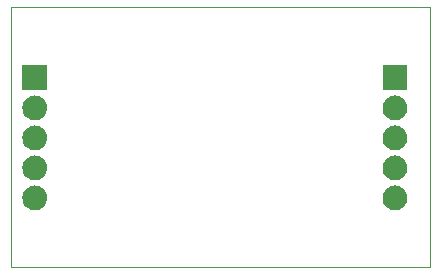
<source format=gbr>
G04 #@! TF.GenerationSoftware,KiCad,Pcbnew,(5.0.1)-3*
G04 #@! TF.CreationDate,2018-11-23T05:02:51-03:00*
G04 #@! TF.ProjectId,MMA7361,4D4D41373336312E6B696361645F7063,1.1*
G04 #@! TF.SameCoordinates,PX6f94740PY4c4b400*
G04 #@! TF.FileFunction,Soldermask,Bot*
G04 #@! TF.FilePolarity,Negative*
%FSLAX46Y46*%
G04 Gerber Fmt 4.6, Leading zero omitted, Abs format (unit mm)*
G04 Created by KiCad (PCBNEW (5.0.1)-3) date 23/11/2018 05:02:51*
%MOMM*%
%LPD*%
G01*
G04 APERTURE LIST*
%ADD10C,0.100000*%
G04 APERTURE END LIST*
D10*
X35500000Y0D02*
X0Y0D01*
X35500000Y-22000000D02*
X35500000Y0D01*
X0Y-22000000D02*
X35500000Y-22000000D01*
X0Y0D02*
X0Y-22000000D01*
G36*
X32628707Y-15117597D02*
X32705836Y-15125193D01*
X32837787Y-15165220D01*
X32903763Y-15185233D01*
X33086172Y-15282733D01*
X33246054Y-15413946D01*
X33377267Y-15573828D01*
X33474767Y-15756237D01*
X33474767Y-15756238D01*
X33534807Y-15954164D01*
X33555080Y-16160000D01*
X33534807Y-16365836D01*
X33494780Y-16497787D01*
X33474767Y-16563763D01*
X33377267Y-16746172D01*
X33246054Y-16906054D01*
X33086172Y-17037267D01*
X32903763Y-17134767D01*
X32837787Y-17154780D01*
X32705836Y-17194807D01*
X32628707Y-17202404D01*
X32551580Y-17210000D01*
X32448420Y-17210000D01*
X32371293Y-17202404D01*
X32294164Y-17194807D01*
X32162213Y-17154780D01*
X32096237Y-17134767D01*
X31913828Y-17037267D01*
X31753946Y-16906054D01*
X31622733Y-16746172D01*
X31525233Y-16563763D01*
X31505220Y-16497787D01*
X31465193Y-16365836D01*
X31444920Y-16160000D01*
X31465193Y-15954164D01*
X31525233Y-15756238D01*
X31525233Y-15756237D01*
X31622733Y-15573828D01*
X31753946Y-15413946D01*
X31913828Y-15282733D01*
X32096237Y-15185233D01*
X32162213Y-15165220D01*
X32294164Y-15125193D01*
X32371293Y-15117597D01*
X32448420Y-15110000D01*
X32551580Y-15110000D01*
X32628707Y-15117597D01*
X32628707Y-15117597D01*
G37*
G36*
X2128707Y-15117597D02*
X2205836Y-15125193D01*
X2337787Y-15165220D01*
X2403763Y-15185233D01*
X2586172Y-15282733D01*
X2746054Y-15413946D01*
X2877267Y-15573828D01*
X2974767Y-15756237D01*
X2974767Y-15756238D01*
X3034807Y-15954164D01*
X3055080Y-16160000D01*
X3034807Y-16365836D01*
X2994780Y-16497787D01*
X2974767Y-16563763D01*
X2877267Y-16746172D01*
X2746054Y-16906054D01*
X2586172Y-17037267D01*
X2403763Y-17134767D01*
X2337787Y-17154780D01*
X2205836Y-17194807D01*
X2128707Y-17202404D01*
X2051580Y-17210000D01*
X1948420Y-17210000D01*
X1871293Y-17202404D01*
X1794164Y-17194807D01*
X1662213Y-17154780D01*
X1596237Y-17134767D01*
X1413828Y-17037267D01*
X1253946Y-16906054D01*
X1122733Y-16746172D01*
X1025233Y-16563763D01*
X1005220Y-16497787D01*
X965193Y-16365836D01*
X944920Y-16160000D01*
X965193Y-15954164D01*
X1025233Y-15756238D01*
X1025233Y-15756237D01*
X1122733Y-15573828D01*
X1253946Y-15413946D01*
X1413828Y-15282733D01*
X1596237Y-15185233D01*
X1662213Y-15165220D01*
X1794164Y-15125193D01*
X1871293Y-15117597D01*
X1948420Y-15110000D01*
X2051580Y-15110000D01*
X2128707Y-15117597D01*
X2128707Y-15117597D01*
G37*
G36*
X32628707Y-12577596D02*
X32705836Y-12585193D01*
X32837787Y-12625220D01*
X32903763Y-12645233D01*
X33086172Y-12742733D01*
X33246054Y-12873946D01*
X33377267Y-13033828D01*
X33474767Y-13216237D01*
X33474767Y-13216238D01*
X33534807Y-13414164D01*
X33555080Y-13620000D01*
X33534807Y-13825836D01*
X33494780Y-13957787D01*
X33474767Y-14023763D01*
X33377267Y-14206172D01*
X33246054Y-14366054D01*
X33086172Y-14497267D01*
X32903763Y-14594767D01*
X32837787Y-14614780D01*
X32705836Y-14654807D01*
X32628707Y-14662404D01*
X32551580Y-14670000D01*
X32448420Y-14670000D01*
X32371293Y-14662403D01*
X32294164Y-14654807D01*
X32162213Y-14614780D01*
X32096237Y-14594767D01*
X31913828Y-14497267D01*
X31753946Y-14366054D01*
X31622733Y-14206172D01*
X31525233Y-14023763D01*
X31505220Y-13957787D01*
X31465193Y-13825836D01*
X31444920Y-13620000D01*
X31465193Y-13414164D01*
X31525233Y-13216238D01*
X31525233Y-13216237D01*
X31622733Y-13033828D01*
X31753946Y-12873946D01*
X31913828Y-12742733D01*
X32096237Y-12645233D01*
X32162213Y-12625220D01*
X32294164Y-12585193D01*
X32371293Y-12577597D01*
X32448420Y-12570000D01*
X32551580Y-12570000D01*
X32628707Y-12577596D01*
X32628707Y-12577596D01*
G37*
G36*
X2128707Y-12577596D02*
X2205836Y-12585193D01*
X2337787Y-12625220D01*
X2403763Y-12645233D01*
X2586172Y-12742733D01*
X2746054Y-12873946D01*
X2877267Y-13033828D01*
X2974767Y-13216237D01*
X2974767Y-13216238D01*
X3034807Y-13414164D01*
X3055080Y-13620000D01*
X3034807Y-13825836D01*
X2994780Y-13957787D01*
X2974767Y-14023763D01*
X2877267Y-14206172D01*
X2746054Y-14366054D01*
X2586172Y-14497267D01*
X2403763Y-14594767D01*
X2337787Y-14614780D01*
X2205836Y-14654807D01*
X2128707Y-14662404D01*
X2051580Y-14670000D01*
X1948420Y-14670000D01*
X1871293Y-14662403D01*
X1794164Y-14654807D01*
X1662213Y-14614780D01*
X1596237Y-14594767D01*
X1413828Y-14497267D01*
X1253946Y-14366054D01*
X1122733Y-14206172D01*
X1025233Y-14023763D01*
X1005220Y-13957787D01*
X965193Y-13825836D01*
X944920Y-13620000D01*
X965193Y-13414164D01*
X1025233Y-13216238D01*
X1025233Y-13216237D01*
X1122733Y-13033828D01*
X1253946Y-12873946D01*
X1413828Y-12742733D01*
X1596237Y-12645233D01*
X1662213Y-12625220D01*
X1794164Y-12585193D01*
X1871293Y-12577596D01*
X1948420Y-12570000D01*
X2051580Y-12570000D01*
X2128707Y-12577596D01*
X2128707Y-12577596D01*
G37*
G36*
X32628707Y-10037597D02*
X32705836Y-10045193D01*
X32837787Y-10085220D01*
X32903763Y-10105233D01*
X33086172Y-10202733D01*
X33246054Y-10333946D01*
X33377267Y-10493828D01*
X33474767Y-10676237D01*
X33474767Y-10676238D01*
X33534807Y-10874164D01*
X33555080Y-11080000D01*
X33534807Y-11285836D01*
X33494780Y-11417787D01*
X33474767Y-11483763D01*
X33377267Y-11666172D01*
X33246054Y-11826054D01*
X33086172Y-11957267D01*
X32903763Y-12054767D01*
X32837787Y-12074780D01*
X32705836Y-12114807D01*
X32628707Y-12122403D01*
X32551580Y-12130000D01*
X32448420Y-12130000D01*
X32371293Y-12122404D01*
X32294164Y-12114807D01*
X32162213Y-12074780D01*
X32096237Y-12054767D01*
X31913828Y-11957267D01*
X31753946Y-11826054D01*
X31622733Y-11666172D01*
X31525233Y-11483763D01*
X31505220Y-11417787D01*
X31465193Y-11285836D01*
X31444920Y-11080000D01*
X31465193Y-10874164D01*
X31525233Y-10676238D01*
X31525233Y-10676237D01*
X31622733Y-10493828D01*
X31753946Y-10333946D01*
X31913828Y-10202733D01*
X32096237Y-10105233D01*
X32162213Y-10085220D01*
X32294164Y-10045193D01*
X32371293Y-10037597D01*
X32448420Y-10030000D01*
X32551580Y-10030000D01*
X32628707Y-10037597D01*
X32628707Y-10037597D01*
G37*
G36*
X2128707Y-10037597D02*
X2205836Y-10045193D01*
X2337787Y-10085220D01*
X2403763Y-10105233D01*
X2586172Y-10202733D01*
X2746054Y-10333946D01*
X2877267Y-10493828D01*
X2974767Y-10676237D01*
X2974767Y-10676238D01*
X3034807Y-10874164D01*
X3055080Y-11080000D01*
X3034807Y-11285836D01*
X2994780Y-11417787D01*
X2974767Y-11483763D01*
X2877267Y-11666172D01*
X2746054Y-11826054D01*
X2586172Y-11957267D01*
X2403763Y-12054767D01*
X2337787Y-12074780D01*
X2205836Y-12114807D01*
X2128707Y-12122404D01*
X2051580Y-12130000D01*
X1948420Y-12130000D01*
X1871293Y-12122404D01*
X1794164Y-12114807D01*
X1662213Y-12074780D01*
X1596237Y-12054767D01*
X1413828Y-11957267D01*
X1253946Y-11826054D01*
X1122733Y-11666172D01*
X1025233Y-11483763D01*
X1005220Y-11417787D01*
X965193Y-11285836D01*
X944920Y-11080000D01*
X965193Y-10874164D01*
X1025233Y-10676238D01*
X1025233Y-10676237D01*
X1122733Y-10493828D01*
X1253946Y-10333946D01*
X1413828Y-10202733D01*
X1596237Y-10105233D01*
X1662213Y-10085220D01*
X1794164Y-10045193D01*
X1871293Y-10037597D01*
X1948420Y-10030000D01*
X2051580Y-10030000D01*
X2128707Y-10037597D01*
X2128707Y-10037597D01*
G37*
G36*
X2128707Y-7497597D02*
X2205836Y-7505193D01*
X2337787Y-7545220D01*
X2403763Y-7565233D01*
X2586172Y-7662733D01*
X2746054Y-7793946D01*
X2877267Y-7953828D01*
X2974767Y-8136237D01*
X2974767Y-8136238D01*
X3034807Y-8334164D01*
X3055080Y-8540000D01*
X3034807Y-8745836D01*
X2994780Y-8877787D01*
X2974767Y-8943763D01*
X2877267Y-9126172D01*
X2746054Y-9286054D01*
X2586172Y-9417267D01*
X2403763Y-9514767D01*
X2337787Y-9534780D01*
X2205836Y-9574807D01*
X2128707Y-9582403D01*
X2051580Y-9590000D01*
X1948420Y-9590000D01*
X1871293Y-9582403D01*
X1794164Y-9574807D01*
X1662213Y-9534780D01*
X1596237Y-9514767D01*
X1413828Y-9417267D01*
X1253946Y-9286054D01*
X1122733Y-9126172D01*
X1025233Y-8943763D01*
X1005220Y-8877787D01*
X965193Y-8745836D01*
X944920Y-8540000D01*
X965193Y-8334164D01*
X1025233Y-8136238D01*
X1025233Y-8136237D01*
X1122733Y-7953828D01*
X1253946Y-7793946D01*
X1413828Y-7662733D01*
X1596237Y-7565233D01*
X1662213Y-7545220D01*
X1794164Y-7505193D01*
X1871293Y-7497597D01*
X1948420Y-7490000D01*
X2051580Y-7490000D01*
X2128707Y-7497597D01*
X2128707Y-7497597D01*
G37*
G36*
X32628707Y-7497597D02*
X32705836Y-7505193D01*
X32837787Y-7545220D01*
X32903763Y-7565233D01*
X33086172Y-7662733D01*
X33246054Y-7793946D01*
X33377267Y-7953828D01*
X33474767Y-8136237D01*
X33474767Y-8136238D01*
X33534807Y-8334164D01*
X33555080Y-8540000D01*
X33534807Y-8745836D01*
X33494780Y-8877787D01*
X33474767Y-8943763D01*
X33377267Y-9126172D01*
X33246054Y-9286054D01*
X33086172Y-9417267D01*
X32903763Y-9514767D01*
X32837787Y-9534780D01*
X32705836Y-9574807D01*
X32628707Y-9582403D01*
X32551580Y-9590000D01*
X32448420Y-9590000D01*
X32371293Y-9582403D01*
X32294164Y-9574807D01*
X32162213Y-9534780D01*
X32096237Y-9514767D01*
X31913828Y-9417267D01*
X31753946Y-9286054D01*
X31622733Y-9126172D01*
X31525233Y-8943763D01*
X31505220Y-8877787D01*
X31465193Y-8745836D01*
X31444920Y-8540000D01*
X31465193Y-8334164D01*
X31525233Y-8136238D01*
X31525233Y-8136237D01*
X31622733Y-7953828D01*
X31753946Y-7793946D01*
X31913828Y-7662733D01*
X32096237Y-7565233D01*
X32162213Y-7545220D01*
X32294164Y-7505193D01*
X32371293Y-7497597D01*
X32448420Y-7490000D01*
X32551580Y-7490000D01*
X32628707Y-7497597D01*
X32628707Y-7497597D01*
G37*
G36*
X33550000Y-7050000D02*
X31450000Y-7050000D01*
X31450000Y-4950000D01*
X33550000Y-4950000D01*
X33550000Y-7050000D01*
X33550000Y-7050000D01*
G37*
G36*
X3050000Y-7050000D02*
X950000Y-7050000D01*
X950000Y-4950000D01*
X3050000Y-4950000D01*
X3050000Y-7050000D01*
X3050000Y-7050000D01*
G37*
M02*

</source>
